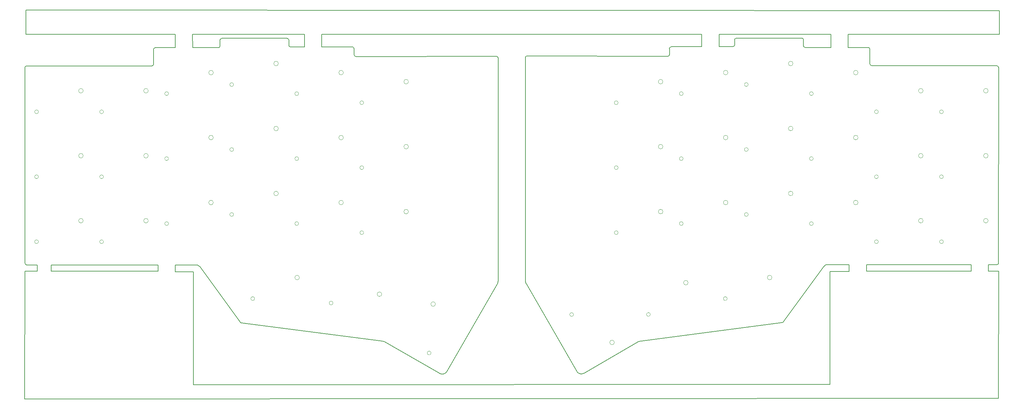
<source format=gbr>
%TF.GenerationSoftware,KiCad,Pcbnew,8.0.7*%
%TF.CreationDate,2025-01-03T21:23:37+01:00*%
%TF.ProjectId,_autosave-corne-xiao,5f617574-6f73-4617-9665-2d636f726e65,1.1*%
%TF.SameCoordinates,Original*%
%TF.FileFunction,Profile,NP*%
%FSLAX46Y46*%
G04 Gerber Fmt 4.6, Leading zero omitted, Abs format (unit mm)*
G04 Created by KiCad (PCBNEW 8.0.7) date 2025-01-03 21:23:37*
%MOMM*%
%LPD*%
G01*
G04 APERTURE LIST*
%TA.AperFunction,Profile*%
%ADD10C,0.200000*%
%TD*%
%ADD11C,0.200000*%
%TA.AperFunction,Profile*%
%ADD12C,0.100000*%
%TD*%
G04 APERTURE END LIST*
D10*
X-144020750Y72650000D02*
X-104973875Y72650000D01*
X-100458250Y69118750D02*
X-93786496Y69118750D01*
X-74786303Y69321783D02*
X-71239500Y69321783D01*
X-98508200Y11713377D02*
X-87965176Y-2743783D01*
X-87611611Y-2890081D02*
X-50941161Y-7660454D01*
D11*
X-35992522Y-16051078D02*
X-35808466Y-16155866D01*
X-35615718Y-16229865D01*
X-35417543Y-16273711D01*
X-35217207Y-16288041D01*
X-34952376Y-16262332D01*
X-34697249Y-16186788D01*
X-34516928Y-16098332D01*
X-34349687Y-15983328D01*
X-34198789Y-15842412D01*
X-34067501Y-15676220D01*
D10*
X-34064405Y-15671606D02*
X-20838381Y7260761D01*
D11*
X-58257942Y67321802D02*
X-58208583Y67105045D01*
X-58075895Y66936025D01*
X-57882783Y66837639D01*
X-57757820Y66821928D01*
X-58257942Y68821923D02*
X-58307270Y69038616D01*
X-58439883Y69207613D01*
X-58632902Y69306035D01*
X-58757815Y69321797D01*
X-75286425Y69821909D02*
X-75237175Y69605127D01*
X-75104570Y69436040D01*
X-74911506Y69337556D01*
X-74786551Y69321783D01*
X-75286425Y71071841D02*
X-75335675Y71288624D01*
X-75468280Y71457711D01*
X-75661344Y71556195D01*
X-75786298Y71571967D01*
X-92786501Y71571967D02*
X-93003261Y71522608D01*
X-93172281Y71389919D01*
X-93270666Y71196807D01*
X-93286375Y71071846D01*
X-93786496Y69118750D02*
X-93569713Y69168001D01*
X-93400628Y69300607D01*
X-93302148Y69493671D01*
X-93286375Y69618623D01*
X-110162433Y69118750D02*
X-110379126Y69069422D01*
X-110548123Y68936809D01*
X-110646545Y68743790D01*
X-110662306Y68618876D01*
X-111162428Y64368701D02*
X-110945645Y64417953D01*
X-110776560Y64550559D01*
X-110678079Y64743622D01*
X-110662306Y64868575D01*
X-143786248Y64337500D02*
X-144003031Y64288251D01*
X-144172119Y64155647D01*
X-144270602Y63962585D01*
X-144286375Y63837632D01*
X-144255247Y12774873D02*
X-144205888Y12558114D01*
X-144073198Y12389095D01*
X-143880087Y12290710D01*
X-143755125Y12275000D01*
D10*
X-50286605Y-7789994D02*
X-35992522Y-16051078D01*
X-58757815Y69321797D02*
X-66723875Y69323320D01*
D11*
X-20614500Y66400000D02*
X-20663826Y66616694D01*
X-20796444Y66785692D01*
X-20989469Y66884113D01*
X-21114383Y66899873D01*
D10*
X-21114383Y66899873D02*
X-57757820Y66821928D01*
X-58259470Y67324342D02*
X-58259470Y68822940D01*
D11*
X-20838896Y7262289D02*
X-20749414Y7441158D01*
X-20673932Y7655775D01*
X-20627758Y7878417D01*
X-20611664Y8106110D01*
X-20611805Y8134778D01*
X-87965176Y-2743783D02*
X-87791622Y-2856613D01*
X-87611611Y-2890081D01*
X-50286605Y-7789994D02*
X-50488300Y-7735766D01*
X-50692820Y-7693989D01*
X-50899589Y-7664778D01*
X-50941161Y-7660454D01*
D10*
X-66723875Y69323320D02*
X-66723875Y72603100D01*
X71135500Y10541906D02*
X66153267Y10539924D01*
X110385500Y78775000D02*
X110385500Y72665613D01*
D11*
X58697663Y71618867D02*
X58914422Y71569508D01*
X59083442Y71436819D01*
X59181827Y71243707D01*
X59197537Y71118746D01*
D10*
X-100242105Y10493024D02*
X-100249237Y-19039994D01*
D11*
X24169104Y68868823D02*
X24218431Y69085516D01*
X24351044Y69254513D01*
X24544063Y69352935D01*
X24668977Y69368697D01*
D10*
X110197537Y63884532D02*
X110166409Y12821773D01*
X-100458250Y69118750D02*
X-100473875Y72645000D01*
X-71239500Y72650000D02*
X-71239500Y69321783D01*
X-144321032Y-22768947D02*
X110135500Y-22600000D01*
X70869875Y69165650D02*
X70869875Y72650000D01*
X77073590Y64415601D02*
X109697410Y64384400D01*
D11*
X59697658Y69165650D02*
X59480874Y69214901D01*
X59311789Y69347507D01*
X59213309Y69540571D01*
X59197537Y69665523D01*
D10*
X76573468Y68665776D02*
X76573468Y64915475D01*
X24668977Y69368697D02*
X32619875Y69370220D01*
X75666287Y12321900D02*
X75666287Y10650000D01*
X66153267Y10539924D02*
X66160399Y-18993094D01*
X40697465Y69368683D02*
X37150662Y69368683D01*
X37150662Y69368683D02*
X37150662Y72660000D01*
X-144286375Y10650000D02*
X-144321032Y-22768947D01*
X24170632Y67371242D02*
X24170632Y68869840D01*
D11*
X41197587Y71118741D02*
X41246836Y71335524D01*
X41379441Y71504611D01*
X41572505Y71603095D01*
X41697460Y71618867D01*
X76073595Y69165650D02*
X76290287Y69116322D01*
X76459284Y68983709D01*
X76557706Y68790690D01*
X76573468Y68665776D01*
D10*
X-111162428Y64368701D02*
X-143786248Y64337500D01*
X-109489500Y10650000D02*
X-137380125Y10650000D01*
X66369412Y72650000D02*
X66369412Y69165650D01*
X-144020750Y78954688D02*
X110385500Y78775000D01*
X-137380125Y12275000D02*
X-109489500Y12275000D01*
X-92786501Y71571967D02*
X-75786298Y71571967D01*
X-137380125Y10650000D02*
X-137380125Y12275000D01*
X-143755125Y12275000D02*
X-141098875Y12275000D01*
X103010500Y12321900D02*
X75666287Y12321900D01*
X-144286375Y63837632D02*
X-144255247Y12774873D01*
X-100249237Y-19039994D02*
X66160399Y-18993094D01*
D11*
X77073590Y64415601D02*
X76856806Y64464853D01*
X76687721Y64597459D01*
X76589240Y64790522D01*
X76573468Y64915475D01*
D10*
X103010500Y10650000D02*
X103010500Y12321900D01*
X37150662Y72660000D02*
X66369412Y72650000D01*
X64419362Y11760277D02*
X53876338Y-2696883D01*
X-100473875Y72645000D02*
X-71239500Y72650000D01*
X71135500Y12321900D02*
X65041287Y12321900D01*
X59197537Y71118741D02*
X59197537Y69665523D01*
D11*
X24169104Y67368702D02*
X24119744Y67151945D01*
X23987056Y66982925D01*
X23793944Y66884539D01*
X23668982Y66868828D01*
D10*
X75666287Y10650000D02*
X103010500Y10650000D01*
X-141098875Y10650000D02*
X-144286375Y10650000D01*
D11*
X110166409Y12821773D02*
X110117049Y12605014D01*
X109984359Y12435995D01*
X109791248Y12337610D01*
X109666287Y12321900D01*
X-13474338Y66446900D02*
X-13425013Y66663594D01*
X-13292395Y66832592D01*
X-13099370Y66931013D01*
X-12974455Y66946773D01*
D10*
X-110162433Y69118750D02*
X-104973875Y69118750D01*
D11*
X16197767Y-7743094D02*
X16399461Y-7688866D01*
X16603981Y-7647089D01*
X16810750Y-7617878D01*
X16852323Y-7613554D01*
D10*
X-98508200Y11713377D02*
X-99130125Y12275000D01*
X-104973875Y12275000D02*
X-104957522Y10494232D01*
X-104973875Y12275000D02*
X-99130125Y12275000D01*
X58697663Y71618867D02*
X41697460Y71618867D01*
X-104973875Y72650000D02*
X-104973875Y69118750D01*
X109666287Y12321900D02*
X107541287Y12321900D01*
X-110662306Y68618876D02*
X-110662306Y64868575D01*
X-20614500Y66400000D02*
X-20611805Y8134778D01*
X-75286425Y71071841D02*
X-75286425Y69821909D01*
D11*
X109697410Y64384400D02*
X109914192Y64335151D01*
X110083280Y64202547D01*
X110181763Y64009485D01*
X110197537Y63884532D01*
D10*
X-104957522Y10494232D02*
X-100242105Y10493024D01*
X71135500Y12321900D02*
X71135500Y10541906D01*
X16197767Y-7743094D02*
X1903684Y-16004178D01*
X-12974455Y66946773D02*
X23668982Y66868828D01*
D11*
X1903684Y-16004178D02*
X1719627Y-16108966D01*
X1526879Y-16182965D01*
X1328704Y-16226811D01*
X1128368Y-16241141D01*
X863537Y-16215432D01*
X608410Y-16139888D01*
X428089Y-16051432D01*
X260848Y-15936428D01*
X109950Y-15795512D01*
X-21337Y-15629320D01*
D10*
X32619875Y72650000D02*
X32619875Y69370220D01*
D11*
X-13249942Y7309189D02*
X-13339425Y7488058D01*
X-13414907Y7702675D01*
X-13461081Y7925317D01*
X-13477175Y8153010D01*
X-13477033Y8181678D01*
X53876338Y-2696883D02*
X53702783Y-2809713D01*
X53522773Y-2843181D01*
D10*
X64419362Y11760277D02*
X65041287Y12321900D01*
X107541287Y12321900D02*
X107541287Y10650000D01*
X-24433Y-15624706D02*
X-13250457Y7307661D01*
X76073595Y69165650D02*
X70869875Y69165650D01*
X-93286375Y71071841D02*
X-93286375Y69618623D01*
D11*
X41197587Y69868809D02*
X41148336Y69652027D01*
X41015731Y69482940D01*
X40822667Y69384456D01*
X40697713Y69368683D01*
D10*
X-141098875Y12275000D02*
X-141098875Y10650000D01*
X110197537Y10650000D02*
X110135500Y-22600000D01*
X-66723875Y72603100D02*
X32619875Y72650000D01*
X-144020750Y78954688D02*
X-144020750Y72650000D01*
X70869875Y72650000D02*
X110385500Y72665613D01*
X66369412Y69165650D02*
X59697658Y69165650D01*
X41197587Y71118741D02*
X41197587Y69868809D01*
X-13474338Y66446900D02*
X-13477033Y8181678D01*
X107541287Y10650000D02*
X110197537Y10650000D01*
X-109489500Y12275000D02*
X-109489500Y10650000D01*
X53522773Y-2843181D02*
X16852323Y-7613554D01*
D12*
%TO.C,SW2*%
X-123744600Y52350000D02*
G75*
G02*
X-124744600Y52350000I-500000J0D01*
G01*
X-124744600Y52350000D02*
G75*
G02*
X-123744600Y52350000I500000J0D01*
G01*
X-112044600Y57850000D02*
G75*
G02*
X-113244600Y57850000I-600000J0D01*
G01*
X-113244600Y57850000D02*
G75*
G02*
X-112044600Y57850000I600000J0D01*
G01*
%TO.C,SW3*%
X-106744600Y57100000D02*
G75*
G02*
X-107744600Y57100000I-500000J0D01*
G01*
X-107744600Y57100000D02*
G75*
G02*
X-106744600Y57100000I500000J0D01*
G01*
X-95044600Y62600000D02*
G75*
G02*
X-96244600Y62600000I-600000J0D01*
G01*
X-96244600Y62600000D02*
G75*
G02*
X-95044600Y62600000I600000J0D01*
G01*
%TO.C,SW4*%
X-89744600Y59474800D02*
G75*
G02*
X-90744600Y59474800I-500000J0D01*
G01*
X-90744600Y59474800D02*
G75*
G02*
X-89744600Y59474800I500000J0D01*
G01*
X-78044600Y64974800D02*
G75*
G02*
X-79244600Y64974800I-600000J0D01*
G01*
X-79244600Y64974800D02*
G75*
G02*
X-78044600Y64974800I600000J0D01*
G01*
%TO.C,SW5*%
X-72744600Y57099100D02*
G75*
G02*
X-73744600Y57099100I-500000J0D01*
G01*
X-73744600Y57099100D02*
G75*
G02*
X-72744600Y57099100I500000J0D01*
G01*
X-61044600Y62599100D02*
G75*
G02*
X-62244600Y62599100I-600000J0D01*
G01*
X-62244600Y62599100D02*
G75*
G02*
X-61044600Y62599100I600000J0D01*
G01*
%TO.C,SW7*%
X-140744600Y35350000D02*
G75*
G02*
X-141744600Y35350000I-500000J0D01*
G01*
X-141744600Y35350000D02*
G75*
G02*
X-140744600Y35350000I500000J0D01*
G01*
X-129044600Y40850000D02*
G75*
G02*
X-130244600Y40850000I-600000J0D01*
G01*
X-130244600Y40850000D02*
G75*
G02*
X-129044600Y40850000I600000J0D01*
G01*
%TO.C,SW8*%
X-123744600Y35350000D02*
G75*
G02*
X-124744600Y35350000I-500000J0D01*
G01*
X-124744600Y35350000D02*
G75*
G02*
X-123744600Y35350000I500000J0D01*
G01*
X-112044600Y40850000D02*
G75*
G02*
X-113244600Y40850000I-600000J0D01*
G01*
X-113244600Y40850000D02*
G75*
G02*
X-112044600Y40850000I600000J0D01*
G01*
%TO.C,SW9*%
X-106744600Y40100000D02*
G75*
G02*
X-107744600Y40100000I-500000J0D01*
G01*
X-107744600Y40100000D02*
G75*
G02*
X-106744600Y40100000I500000J0D01*
G01*
X-95044600Y45600000D02*
G75*
G02*
X-96244600Y45600000I-600000J0D01*
G01*
X-96244600Y45600000D02*
G75*
G02*
X-95044600Y45600000I600000J0D01*
G01*
%TO.C,SW10*%
X-89744600Y42475100D02*
G75*
G02*
X-90744600Y42475100I-500000J0D01*
G01*
X-90744600Y42475100D02*
G75*
G02*
X-89744600Y42475100I500000J0D01*
G01*
X-78044600Y47975100D02*
G75*
G02*
X-79244600Y47975100I-600000J0D01*
G01*
X-79244600Y47975100D02*
G75*
G02*
X-78044600Y47975100I600000J0D01*
G01*
%TO.C,SW11*%
X-72744600Y40099500D02*
G75*
G02*
X-73744600Y40099500I-500000J0D01*
G01*
X-73744600Y40099500D02*
G75*
G02*
X-72744600Y40099500I500000J0D01*
G01*
X-61044600Y45599500D02*
G75*
G02*
X-62244600Y45599500I-600000J0D01*
G01*
X-62244600Y45599500D02*
G75*
G02*
X-61044600Y45599500I600000J0D01*
G01*
%TO.C,SW12*%
X-55744600Y37724900D02*
G75*
G02*
X-56744600Y37724900I-500000J0D01*
G01*
X-56744600Y37724900D02*
G75*
G02*
X-55744600Y37724900I500000J0D01*
G01*
X-44044600Y43224900D02*
G75*
G02*
X-45244600Y43224900I-600000J0D01*
G01*
X-45244600Y43224900D02*
G75*
G02*
X-44044600Y43224900I600000J0D01*
G01*
%TO.C,SW13*%
X-140744600Y18350000D02*
G75*
G02*
X-141744600Y18350000I-500000J0D01*
G01*
X-141744600Y18350000D02*
G75*
G02*
X-140744600Y18350000I500000J0D01*
G01*
X-129044600Y23850000D02*
G75*
G02*
X-130244600Y23850000I-600000J0D01*
G01*
X-130244600Y23850000D02*
G75*
G02*
X-129044600Y23850000I600000J0D01*
G01*
%TO.C,SW14*%
X-123744600Y18350000D02*
G75*
G02*
X-124744600Y18350000I-500000J0D01*
G01*
X-124744600Y18350000D02*
G75*
G02*
X-123744600Y18350000I500000J0D01*
G01*
X-112044600Y23850000D02*
G75*
G02*
X-113244600Y23850000I-600000J0D01*
G01*
X-113244600Y23850000D02*
G75*
G02*
X-112044600Y23850000I600000J0D01*
G01*
%TO.C,SW15*%
X-106744600Y23100000D02*
G75*
G02*
X-107744600Y23100000I-500000J0D01*
G01*
X-107744600Y23100000D02*
G75*
G02*
X-106744600Y23100000I500000J0D01*
G01*
X-95044600Y28600000D02*
G75*
G02*
X-96244600Y28600000I-600000J0D01*
G01*
X-96244600Y28600000D02*
G75*
G02*
X-95044600Y28600000I600000J0D01*
G01*
%TO.C,SW16*%
X-89744600Y25475000D02*
G75*
G02*
X-90744600Y25475000I-500000J0D01*
G01*
X-90744600Y25475000D02*
G75*
G02*
X-89744600Y25475000I500000J0D01*
G01*
X-78044600Y30975000D02*
G75*
G02*
X-79244600Y30975000I-600000J0D01*
G01*
X-79244600Y30975000D02*
G75*
G02*
X-78044600Y30975000I600000J0D01*
G01*
%TO.C,SW17*%
X-72744600Y23100000D02*
G75*
G02*
X-73744600Y23100000I-500000J0D01*
G01*
X-73744600Y23100000D02*
G75*
G02*
X-72744600Y23100000I500000J0D01*
G01*
X-61044600Y28600000D02*
G75*
G02*
X-62244600Y28600000I-600000J0D01*
G01*
X-62244600Y28600000D02*
G75*
G02*
X-61044600Y28600000I600000J0D01*
G01*
%TO.C,SW18*%
X-55744600Y20725000D02*
G75*
G02*
X-56744600Y20725000I-500000J0D01*
G01*
X-56744600Y20725000D02*
G75*
G02*
X-55744600Y20725000I500000J0D01*
G01*
X-44044600Y26225000D02*
G75*
G02*
X-45244600Y26225000I-600000J0D01*
G01*
X-45244600Y26225000D02*
G75*
G02*
X-44044600Y26225000I600000J0D01*
G01*
%TO.C,SW19*%
X-84244600Y3475000D02*
G75*
G02*
X-85244600Y3475000I-500000J0D01*
G01*
X-85244600Y3475000D02*
G75*
G02*
X-84244600Y3475000I500000J0D01*
G01*
X-72544600Y8975000D02*
G75*
G02*
X-73744600Y8975000I-600000J0D01*
G01*
X-73744600Y8975000D02*
G75*
G02*
X-72544600Y8975000I600000J0D01*
G01*
%TO.C,SW20*%
X-63758722Y2319854D02*
G75*
G02*
X-64758722Y2319854I-500000J0D01*
G01*
X-64758722Y2319854D02*
G75*
G02*
X-63758722Y2319854I500000J0D01*
G01*
X-51030477Y4630146D02*
G75*
G02*
X-52230479Y4630146I-600001J0D01*
G01*
X-52230479Y4630146D02*
G75*
G02*
X-51030477Y4630146I600001J0D01*
G01*
%TO.C,SW21*%
X-38132931Y-10747947D02*
G75*
G02*
X-39132929Y-10747947I-499999J0D01*
G01*
X-39132929Y-10747947D02*
G75*
G02*
X-38132931Y-10747947I499999J0D01*
G01*
X-36996069Y2047947D02*
G75*
G02*
X-38196071Y2047947I-600001J0D01*
G01*
X-38196071Y2047947D02*
G75*
G02*
X-36996069Y2047947I600001J0D01*
G01*
%TO.C,SW42*%
X-896071Y-702053D02*
G75*
G02*
X-1896069Y-702053I-499999J0D01*
G01*
X-1896069Y-702053D02*
G75*
G02*
X-896071Y-702053I499999J0D01*
G01*
X9767071Y-7997947D02*
G75*
G02*
X8567069Y-7997947I-600001J0D01*
G01*
X8567069Y-7997947D02*
G75*
G02*
X9767071Y-7997947I600001J0D01*
G01*
%TO.C,SW37*%
X44762400Y25480000D02*
G75*
G02*
X43762400Y25480000I-500000J0D01*
G01*
X43762400Y25480000D02*
G75*
G02*
X44762400Y25480000I500000J0D01*
G01*
X56462400Y30980000D02*
G75*
G02*
X55262400Y30980000I-600000J0D01*
G01*
X55262400Y30980000D02*
G75*
G02*
X56462400Y30980000I600000J0D01*
G01*
%TO.C,SW38*%
X27762400Y23105000D02*
G75*
G02*
X26762400Y23105000I-500000J0D01*
G01*
X26762400Y23105000D02*
G75*
G02*
X27762400Y23105000I500000J0D01*
G01*
X39462400Y28605000D02*
G75*
G02*
X38262400Y28605000I-600000J0D01*
G01*
X38262400Y28605000D02*
G75*
G02*
X39462400Y28605000I600000J0D01*
G01*
%TO.C,SW39*%
X10762400Y20730000D02*
G75*
G02*
X9762400Y20730000I-500000J0D01*
G01*
X9762400Y20730000D02*
G75*
G02*
X10762400Y20730000I500000J0D01*
G01*
X22462400Y26230000D02*
G75*
G02*
X21262400Y26230000I-600000J0D01*
G01*
X21262400Y26230000D02*
G75*
G02*
X22462400Y26230000I600000J0D01*
G01*
%TO.C,SW40*%
X39262400Y3480000D02*
G75*
G02*
X38262400Y3480000I-500000J0D01*
G01*
X38262400Y3480000D02*
G75*
G02*
X39262400Y3480000I500000J0D01*
G01*
X50962400Y8980000D02*
G75*
G02*
X49762400Y8980000I-600000J0D01*
G01*
X49762400Y8980000D02*
G75*
G02*
X50962400Y8980000I600000J0D01*
G01*
%TO.C,SW41*%
X19171782Y-677446D02*
G75*
G02*
X18171786Y-677446I-499998J0D01*
G01*
X18171786Y-677446D02*
G75*
G02*
X19171782Y-677446I499998J0D01*
G01*
X29053018Y7637446D02*
G75*
G02*
X27853014Y7637446I-600002J0D01*
G01*
X27853014Y7637446D02*
G75*
G02*
X29053018Y7637446I600002J0D01*
G01*
%TO.C,SW25*%
X44762400Y59480000D02*
G75*
G02*
X43762400Y59480000I-500000J0D01*
G01*
X43762400Y59480000D02*
G75*
G02*
X44762400Y59480000I500000J0D01*
G01*
X56462400Y64980000D02*
G75*
G02*
X55262400Y64980000I-600000J0D01*
G01*
X55262400Y64980000D02*
G75*
G02*
X56462400Y64980000I600000J0D01*
G01*
%TO.C,SW26*%
X27762400Y57105000D02*
G75*
G02*
X26762400Y57105000I-500000J0D01*
G01*
X26762400Y57105000D02*
G75*
G02*
X27762400Y57105000I500000J0D01*
G01*
X39462400Y62605000D02*
G75*
G02*
X38262400Y62605000I-600000J0D01*
G01*
X38262400Y62605000D02*
G75*
G02*
X39462400Y62605000I600000J0D01*
G01*
%TO.C,SW28*%
X95762400Y35355000D02*
G75*
G02*
X94762400Y35355000I-500000J0D01*
G01*
X94762400Y35355000D02*
G75*
G02*
X95762400Y35355000I500000J0D01*
G01*
X107462400Y40855000D02*
G75*
G02*
X106262400Y40855000I-600000J0D01*
G01*
X106262400Y40855000D02*
G75*
G02*
X107462400Y40855000I600000J0D01*
G01*
%TO.C,SW24*%
X61762400Y57105000D02*
G75*
G02*
X60762400Y57105000I-500000J0D01*
G01*
X60762400Y57105000D02*
G75*
G02*
X61762400Y57105000I500000J0D01*
G01*
X73462400Y62605000D02*
G75*
G02*
X72262400Y62605000I-600000J0D01*
G01*
X72262400Y62605000D02*
G75*
G02*
X73462400Y62605000I600000J0D01*
G01*
%TO.C,SW29*%
X78762400Y35355000D02*
G75*
G02*
X77762400Y35355000I-500000J0D01*
G01*
X77762400Y35355000D02*
G75*
G02*
X78762400Y35355000I500000J0D01*
G01*
X90462400Y40855000D02*
G75*
G02*
X89262400Y40855000I-600000J0D01*
G01*
X89262400Y40855000D02*
G75*
G02*
X90462400Y40855000I600000J0D01*
G01*
%TO.C,SW35*%
X78762400Y18355000D02*
G75*
G02*
X77762400Y18355000I-500000J0D01*
G01*
X77762400Y18355000D02*
G75*
G02*
X78762400Y18355000I500000J0D01*
G01*
X90462400Y23855000D02*
G75*
G02*
X89262400Y23855000I-600000J0D01*
G01*
X89262400Y23855000D02*
G75*
G02*
X90462400Y23855000I600000J0D01*
G01*
%TO.C,SW36*%
X61762400Y23105000D02*
G75*
G02*
X60762400Y23105000I-500000J0D01*
G01*
X60762400Y23105000D02*
G75*
G02*
X61762400Y23105000I500000J0D01*
G01*
X73462400Y28605000D02*
G75*
G02*
X72262400Y28605000I-600000J0D01*
G01*
X72262400Y28605000D02*
G75*
G02*
X73462400Y28605000I600000J0D01*
G01*
%TO.C,SW22*%
X95762400Y52355000D02*
G75*
G02*
X94762400Y52355000I-500000J0D01*
G01*
X94762400Y52355000D02*
G75*
G02*
X95762400Y52355000I500000J0D01*
G01*
X107462400Y57855000D02*
G75*
G02*
X106262400Y57855000I-600000J0D01*
G01*
X106262400Y57855000D02*
G75*
G02*
X107462400Y57855000I600000J0D01*
G01*
%TO.C,SW23*%
X78762400Y52355000D02*
G75*
G02*
X77762400Y52355000I-500000J0D01*
G01*
X77762400Y52355000D02*
G75*
G02*
X78762400Y52355000I500000J0D01*
G01*
X90462400Y57855000D02*
G75*
G02*
X89262400Y57855000I-600000J0D01*
G01*
X89262400Y57855000D02*
G75*
G02*
X90462400Y57855000I600000J0D01*
G01*
%TO.C,SW30*%
X61762400Y40105000D02*
G75*
G02*
X60762400Y40105000I-500000J0D01*
G01*
X60762400Y40105000D02*
G75*
G02*
X61762400Y40105000I500000J0D01*
G01*
X73462400Y45605000D02*
G75*
G02*
X72262400Y45605000I-600000J0D01*
G01*
X72262400Y45605000D02*
G75*
G02*
X73462400Y45605000I600000J0D01*
G01*
%TO.C,SW31*%
X44762400Y42480000D02*
G75*
G02*
X43762400Y42480000I-500000J0D01*
G01*
X43762400Y42480000D02*
G75*
G02*
X44762400Y42480000I500000J0D01*
G01*
X56462400Y47980000D02*
G75*
G02*
X55262400Y47980000I-600000J0D01*
G01*
X55262400Y47980000D02*
G75*
G02*
X56462400Y47980000I600000J0D01*
G01*
%TO.C,SW32*%
X27762400Y40105000D02*
G75*
G02*
X26762400Y40105000I-500000J0D01*
G01*
X26762400Y40105000D02*
G75*
G02*
X27762400Y40105000I500000J0D01*
G01*
X39462400Y45605000D02*
G75*
G02*
X38262400Y45605000I-600000J0D01*
G01*
X38262400Y45605000D02*
G75*
G02*
X39462400Y45605000I600000J0D01*
G01*
%TO.C,SW33*%
X10762400Y37730000D02*
G75*
G02*
X9762400Y37730000I-500000J0D01*
G01*
X9762400Y37730000D02*
G75*
G02*
X10762400Y37730000I500000J0D01*
G01*
X22462400Y43230000D02*
G75*
G02*
X21262400Y43230000I-600000J0D01*
G01*
X21262400Y43230000D02*
G75*
G02*
X22462400Y43230000I600000J0D01*
G01*
%TO.C,SW34*%
X95762400Y18355000D02*
G75*
G02*
X94762400Y18355000I-500000J0D01*
G01*
X94762400Y18355000D02*
G75*
G02*
X95762400Y18355000I500000J0D01*
G01*
X107462400Y23855000D02*
G75*
G02*
X106262400Y23855000I-600000J0D01*
G01*
X106262400Y23855000D02*
G75*
G02*
X107462400Y23855000I600000J0D01*
G01*
%TO.C,SW1*%
X-140744600Y52350000D02*
G75*
G02*
X-141744600Y52350000I-500000J0D01*
G01*
X-141744600Y52350000D02*
G75*
G02*
X-140744600Y52350000I500000J0D01*
G01*
X-129044600Y57850000D02*
G75*
G02*
X-130244600Y57850000I-600000J0D01*
G01*
X-130244600Y57850000D02*
G75*
G02*
X-129044600Y57850000I600000J0D01*
G01*
%TO.C,SW6*%
X-55744600Y54724500D02*
G75*
G02*
X-56744600Y54724500I-500000J0D01*
G01*
X-56744600Y54724500D02*
G75*
G02*
X-55744600Y54724500I500000J0D01*
G01*
X-44044600Y60224500D02*
G75*
G02*
X-45244600Y60224500I-600000J0D01*
G01*
X-45244600Y60224500D02*
G75*
G02*
X-44044600Y60224500I600000J0D01*
G01*
%TO.C,SW27*%
X10755400Y54725000D02*
G75*
G02*
X9755400Y54725000I-500000J0D01*
G01*
X9755400Y54725000D02*
G75*
G02*
X10755400Y54725000I500000J0D01*
G01*
X22455400Y60225000D02*
G75*
G02*
X21255400Y60225000I-600000J0D01*
G01*
X21255400Y60225000D02*
G75*
G02*
X22455400Y60225000I600000J0D01*
G01*
%TD*%
M02*

</source>
